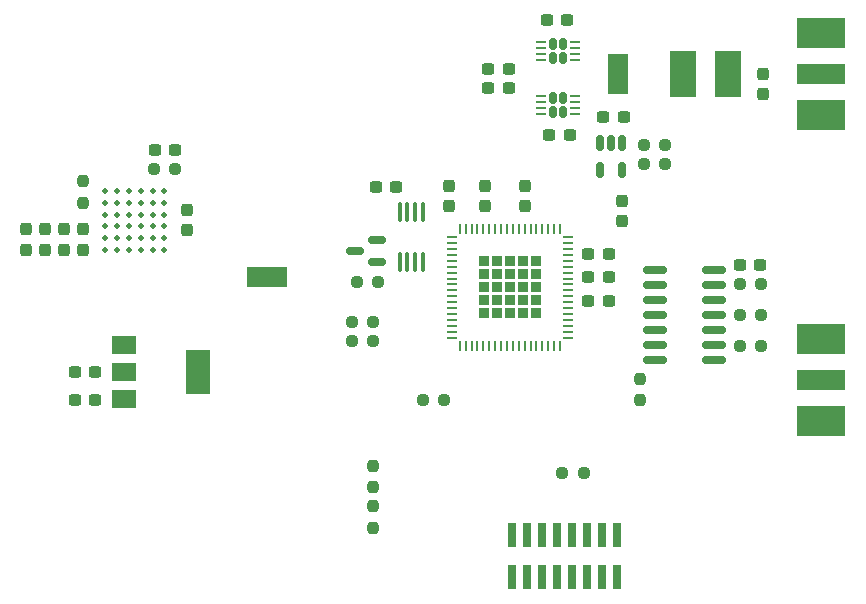
<source format=gbr>
%TF.GenerationSoftware,KiCad,Pcbnew,6.0.6-3a73a75311~116~ubuntu20.04.1*%
%TF.CreationDate,2022-09-22T10:05:31+01:00*%
%TF.ProjectId,UFOMothership,55464f4d-6f74-4686-9572-736869702e6b,rev?*%
%TF.SameCoordinates,Original*%
%TF.FileFunction,Paste,Top*%
%TF.FilePolarity,Positive*%
%FSLAX46Y46*%
G04 Gerber Fmt 4.6, Leading zero omitted, Abs format (unit mm)*
G04 Created by KiCad (PCBNEW 6.0.6-3a73a75311~116~ubuntu20.04.1) date 2022-09-22 10:05:31*
%MOMM*%
%LPD*%
G01*
G04 APERTURE LIST*
G04 Aperture macros list*
%AMRoundRect*
0 Rectangle with rounded corners*
0 $1 Rounding radius*
0 $2 $3 $4 $5 $6 $7 $8 $9 X,Y pos of 4 corners*
0 Add a 4 corners polygon primitive as box body*
4,1,4,$2,$3,$4,$5,$6,$7,$8,$9,$2,$3,0*
0 Add four circle primitives for the rounded corners*
1,1,$1+$1,$2,$3*
1,1,$1+$1,$4,$5*
1,1,$1+$1,$6,$7*
1,1,$1+$1,$8,$9*
0 Add four rect primitives between the rounded corners*
20,1,$1+$1,$2,$3,$4,$5,0*
20,1,$1+$1,$4,$5,$6,$7,0*
20,1,$1+$1,$6,$7,$8,$9,0*
20,1,$1+$1,$8,$9,$2,$3,0*%
G04 Aperture macros list end*
%ADD10RoundRect,0.237500X-0.300000X-0.237500X0.300000X-0.237500X0.300000X0.237500X-0.300000X0.237500X0*%
%ADD11RoundRect,0.237500X0.237500X-0.300000X0.237500X0.300000X-0.237500X0.300000X-0.237500X-0.300000X0*%
%ADD12RoundRect,0.237500X0.300000X0.237500X-0.300000X0.237500X-0.300000X-0.237500X0.300000X-0.237500X0*%
%ADD13RoundRect,0.237500X-0.237500X0.300000X-0.237500X-0.300000X0.237500X-0.300000X0.237500X0.300000X0*%
%ADD14R,3.400000X1.800000*%
%ADD15R,1.800000X3.400000*%
%ADD16R,0.750000X2.100000*%
%ADD17RoundRect,0.237500X-0.237500X0.250000X-0.237500X-0.250000X0.237500X-0.250000X0.237500X0.250000X0*%
%ADD18RoundRect,0.237500X-0.250000X-0.237500X0.250000X-0.237500X0.250000X0.237500X-0.250000X0.237500X0*%
%ADD19C,0.500000*%
%ADD20R,4.190000X1.780000*%
%ADD21R,4.190000X2.665000*%
%ADD22RoundRect,0.100000X0.100000X-0.712500X0.100000X0.712500X-0.100000X0.712500X-0.100000X-0.712500X0*%
%ADD23RoundRect,0.232379X0.232379X0.232379X-0.232379X0.232379X-0.232379X-0.232379X0.232379X-0.232379X0*%
%ADD24RoundRect,0.062500X0.375000X0.062500X-0.375000X0.062500X-0.375000X-0.062500X0.375000X-0.062500X0*%
%ADD25RoundRect,0.062500X0.062500X0.375000X-0.062500X0.375000X-0.062500X-0.375000X0.062500X-0.375000X0*%
%ADD26RoundRect,0.150000X0.587500X0.150000X-0.587500X0.150000X-0.587500X-0.150000X0.587500X-0.150000X0*%
%ADD27RoundRect,0.167500X0.167500X0.312500X-0.167500X0.312500X-0.167500X-0.312500X0.167500X-0.312500X0*%
%ADD28RoundRect,0.062500X0.362500X0.062500X-0.362500X0.062500X-0.362500X-0.062500X0.362500X-0.062500X0*%
%ADD29RoundRect,0.150000X-0.825000X-0.150000X0.825000X-0.150000X0.825000X0.150000X-0.825000X0.150000X0*%
%ADD30RoundRect,0.150000X-0.150000X0.512500X-0.150000X-0.512500X0.150000X-0.512500X0.150000X0.512500X0*%
%ADD31RoundRect,0.237500X0.250000X0.237500X-0.250000X0.237500X-0.250000X-0.237500X0.250000X-0.237500X0*%
%ADD32R,2.200000X3.900000*%
%ADD33R,2.000000X1.500000*%
%ADD34R,2.000000X3.800000*%
G04 APERTURE END LIST*
D10*
%TO.C,C23*%
X188000000Y-86000000D03*
X189725000Y-86000000D03*
%TD*%
D11*
%TO.C,C22*%
X182600000Y-77999999D03*
X182600000Y-76274999D03*
%TD*%
%TO.C,C21*%
X176200000Y-77999999D03*
X176200000Y-76274999D03*
%TD*%
D10*
%TO.C,C20*%
X188000000Y-84000000D03*
X189725000Y-84000000D03*
%TD*%
D11*
%TO.C,C19*%
X179200000Y-77999999D03*
X179200000Y-76274999D03*
%TD*%
D10*
%TO.C,C18*%
X188000000Y-82000000D03*
X189725000Y-82000000D03*
%TD*%
D12*
%TO.C,C17*%
X181262500Y-68000000D03*
X179537500Y-68000000D03*
%TD*%
%TO.C,C16*%
X181262500Y-66400000D03*
X179537500Y-66400000D03*
%TD*%
D10*
%TO.C,C15*%
X200800000Y-83000000D03*
X202525000Y-83000000D03*
%TD*%
D13*
%TO.C,C14*%
X190800000Y-79262500D03*
X190800000Y-77537500D03*
%TD*%
D12*
%TO.C,C13*%
X171725001Y-76400000D03*
X170000001Y-76400000D03*
%TD*%
%TO.C,C12*%
X186399999Y-72000000D03*
X184674999Y-72000000D03*
%TD*%
D10*
%TO.C,C11*%
X184475000Y-62200000D03*
X186200000Y-62200000D03*
%TD*%
D14*
%TO.C,TP2*%
X160800000Y-84000000D03*
%TD*%
D15*
%TO.C,TP1*%
X190512500Y-66800000D03*
%TD*%
D16*
%TO.C,J7*%
X181555000Y-105800000D03*
X181555000Y-109400000D03*
X182825000Y-105800000D03*
X182825000Y-109400000D03*
X184095000Y-105800000D03*
X184095000Y-109400000D03*
X185365000Y-105800000D03*
X185365000Y-109400000D03*
X186635000Y-105800000D03*
X186635000Y-109400000D03*
X187905000Y-105800000D03*
X187905000Y-109400000D03*
X189175000Y-105800000D03*
X189175000Y-109400000D03*
X190445000Y-105800000D03*
X190445000Y-109400000D03*
%TD*%
D17*
%TO.C,R7*%
X145200000Y-75887500D03*
X145200000Y-77712500D03*
%TD*%
D18*
%TO.C,R9*%
X192687500Y-74400000D03*
X194512500Y-74400000D03*
%TD*%
D19*
%TO.C,U1*%
X147100000Y-76700000D03*
X148100000Y-76700000D03*
X149100000Y-76700000D03*
X150100000Y-76700000D03*
X151100000Y-76700000D03*
X152100000Y-76700000D03*
X147100000Y-77700000D03*
X148100000Y-77700000D03*
X149100000Y-77700000D03*
X150100000Y-77700000D03*
X151100000Y-77700000D03*
X152100000Y-77700000D03*
X147100000Y-78700000D03*
X148100000Y-78700000D03*
X149100000Y-78700000D03*
X150100000Y-78700000D03*
X151100000Y-78700000D03*
X152100000Y-78700000D03*
X147100000Y-79700000D03*
X148100000Y-79700000D03*
X149100000Y-79700000D03*
X150100000Y-79700000D03*
X151100000Y-79700000D03*
X152100000Y-79700000D03*
X147100000Y-80700000D03*
X148100000Y-80700000D03*
X149100000Y-80700000D03*
X150100000Y-80700000D03*
X151100000Y-80700000D03*
X152100000Y-80700000D03*
X147100000Y-81700000D03*
X148100000Y-81700000D03*
X149100000Y-81700000D03*
X150100000Y-81700000D03*
X151100000Y-81700000D03*
X152100000Y-81700000D03*
%TD*%
D20*
%TO.C,J4*%
X207665000Y-66800000D03*
D21*
X207665000Y-70292500D03*
X207665000Y-63307500D03*
%TD*%
D22*
%TO.C,U2*%
X172025000Y-82712500D03*
X172675000Y-82712500D03*
X173325000Y-82712500D03*
X173975000Y-82712500D03*
X173975000Y-78487500D03*
X173325000Y-78487500D03*
X172675000Y-78487500D03*
X172025000Y-78487500D03*
%TD*%
D18*
%TO.C,R3*%
X167975000Y-87800000D03*
X169800000Y-87800000D03*
%TD*%
%TO.C,R8*%
X168375000Y-84387500D03*
X170200000Y-84387500D03*
%TD*%
D12*
%TO.C,C3*%
X153000000Y-73200000D03*
X151275000Y-73200000D03*
%TD*%
D17*
%TO.C,R10*%
X169800000Y-103375000D03*
X169800000Y-105200000D03*
%TD*%
D23*
%TO.C,U3*%
X181350000Y-85962500D03*
X183550000Y-85962500D03*
X181350000Y-83762500D03*
X179150000Y-85962500D03*
X183550000Y-84862500D03*
X179150000Y-84862500D03*
X182450000Y-84862500D03*
X183550000Y-83762500D03*
X179150000Y-83762500D03*
X181350000Y-87062500D03*
X180250000Y-82662500D03*
X180250000Y-87062500D03*
X180250000Y-85962500D03*
X182450000Y-87062500D03*
X181350000Y-82662500D03*
X180250000Y-84862500D03*
X179150000Y-82662500D03*
X182450000Y-83762500D03*
X181350000Y-84862500D03*
X179150000Y-87062500D03*
X183550000Y-87062500D03*
X182450000Y-82662500D03*
X182450000Y-85962500D03*
X180250000Y-83762500D03*
X183550000Y-82662500D03*
D24*
X186287500Y-89112500D03*
X186287500Y-88612500D03*
X186287500Y-88112500D03*
X186287500Y-87612500D03*
X186287500Y-87112500D03*
X186287500Y-86612500D03*
X186287500Y-86112500D03*
X186287500Y-85612500D03*
X186287500Y-85112500D03*
X186287500Y-84612500D03*
X186287500Y-84112500D03*
X186287500Y-83612500D03*
X186287500Y-83112500D03*
X186287500Y-82612500D03*
X186287500Y-82112500D03*
X186287500Y-81612500D03*
X186287500Y-81112500D03*
X186287500Y-80612500D03*
D25*
X185600000Y-79925000D03*
X185100000Y-79925000D03*
X184600000Y-79925000D03*
X184100000Y-79925000D03*
X183600000Y-79925000D03*
X183100000Y-79925000D03*
X182600000Y-79925000D03*
X182100000Y-79925000D03*
X181600000Y-79925000D03*
X181100000Y-79925000D03*
X180600000Y-79925000D03*
X180100000Y-79925000D03*
X179600000Y-79925000D03*
X179100000Y-79925000D03*
X178600000Y-79925000D03*
X178100000Y-79925000D03*
X177600000Y-79925000D03*
X177100000Y-79925000D03*
D24*
X176412500Y-80612500D03*
X176412500Y-81112500D03*
X176412500Y-81612500D03*
X176412500Y-82112500D03*
X176412500Y-82612500D03*
X176412500Y-83112500D03*
X176412500Y-83612500D03*
X176412500Y-84112500D03*
X176412500Y-84612500D03*
X176412500Y-85112500D03*
X176412500Y-85612500D03*
X176412500Y-86112500D03*
X176412500Y-86612500D03*
X176412500Y-87112500D03*
X176412500Y-87612500D03*
X176412500Y-88112500D03*
X176412500Y-88612500D03*
X176412500Y-89112500D03*
D25*
X177100000Y-89800000D03*
X177600000Y-89800000D03*
X178100000Y-89800000D03*
X178600000Y-89800000D03*
X179100000Y-89800000D03*
X179600000Y-89800000D03*
X180100000Y-89800000D03*
X180600000Y-89800000D03*
X181100000Y-89800000D03*
X181600000Y-89800000D03*
X182100000Y-89800000D03*
X182600000Y-89800000D03*
X183100000Y-89800000D03*
X183600000Y-89800000D03*
X184100000Y-89800000D03*
X184600000Y-89800000D03*
X185100000Y-89800000D03*
X185600000Y-89800000D03*
%TD*%
D18*
%TO.C,R15*%
X200800000Y-84600000D03*
X202625000Y-84600000D03*
%TD*%
D11*
%TO.C,C4*%
X142000000Y-81662500D03*
X142000000Y-79937500D03*
%TD*%
D12*
%TO.C,C5*%
X146262500Y-92000000D03*
X144537500Y-92000000D03*
%TD*%
D26*
%TO.C,U6*%
X170137500Y-82737500D03*
X170137500Y-80837500D03*
X168262500Y-81787500D03*
%TD*%
D12*
%TO.C,C2*%
X146262500Y-94400000D03*
X144537500Y-94400000D03*
%TD*%
D13*
%TO.C,C10*%
X202800000Y-66800000D03*
X202800000Y-68525000D03*
%TD*%
D18*
%TO.C,R2*%
X167975000Y-89400000D03*
X169800000Y-89400000D03*
%TD*%
D11*
%TO.C,C6*%
X140400000Y-81662500D03*
X140400000Y-79937500D03*
%TD*%
D18*
%TO.C,R14*%
X200800000Y-87200000D03*
X202625000Y-87200000D03*
%TD*%
D27*
%TO.C,U9*%
X184990000Y-68805000D03*
X185810000Y-69995000D03*
X185810000Y-68805000D03*
X184990000Y-69995000D03*
D28*
X186850000Y-70150000D03*
X186850000Y-69650000D03*
X186850000Y-69150000D03*
X186850000Y-68650000D03*
X183950000Y-68650000D03*
X183950000Y-69150000D03*
X183950000Y-69650000D03*
X183950000Y-70150000D03*
%TD*%
D29*
%TO.C,U5*%
X193675001Y-83352500D03*
X193675001Y-84622500D03*
X193675001Y-85892500D03*
X193675001Y-87162500D03*
X193675001Y-88432500D03*
X193675001Y-89702500D03*
X193675001Y-90972500D03*
X198625001Y-90972500D03*
X198625001Y-89702500D03*
X198625001Y-88432500D03*
X198625001Y-87162500D03*
X198625001Y-85892500D03*
X198625001Y-84622500D03*
X198625001Y-83352500D03*
%TD*%
D18*
%TO.C,R13*%
X200800000Y-89800000D03*
X202625000Y-89800000D03*
%TD*%
D30*
%TO.C,U7*%
X190862501Y-72662500D03*
X189912501Y-72662500D03*
X188962501Y-72662500D03*
X188962501Y-74937500D03*
X190862501Y-74937500D03*
%TD*%
D31*
%TO.C,R16*%
X194512500Y-72800000D03*
X192687500Y-72800000D03*
%TD*%
D20*
%TO.C,J3*%
X207665000Y-92707500D03*
D21*
X207665000Y-89215000D03*
X207665000Y-96200000D03*
%TD*%
D18*
%TO.C,R1*%
X173975000Y-94400000D03*
X175800000Y-94400000D03*
%TD*%
D11*
%TO.C,C7*%
X145200000Y-81662500D03*
X145200000Y-79937500D03*
%TD*%
D17*
%TO.C,R12*%
X192400000Y-92600000D03*
X192400000Y-94425000D03*
%TD*%
D10*
%TO.C,C9*%
X189250001Y-70400000D03*
X190975001Y-70400000D03*
%TD*%
D27*
%TO.C,U8*%
X185809999Y-65445001D03*
X184989999Y-65445001D03*
X184989999Y-64255001D03*
X185809999Y-64255001D03*
D28*
X186849999Y-65600001D03*
X186849999Y-65100001D03*
X186849999Y-64600001D03*
X186849999Y-64100001D03*
X183949999Y-64100001D03*
X183949999Y-64600001D03*
X183949999Y-65100001D03*
X183949999Y-65600001D03*
%TD*%
D13*
%TO.C,C1*%
X154000000Y-78274999D03*
X154000000Y-79999999D03*
%TD*%
D11*
%TO.C,C8*%
X143600000Y-81662500D03*
X143600000Y-79937500D03*
%TD*%
D17*
%TO.C,R11*%
X169800000Y-99975000D03*
X169800000Y-101800000D03*
%TD*%
D18*
%TO.C,R4*%
X185775000Y-100600000D03*
X187600000Y-100600000D03*
%TD*%
D32*
%TO.C,L1*%
X196000000Y-66800000D03*
X199800000Y-66800000D03*
%TD*%
D18*
%TO.C,R6*%
X151175000Y-74800000D03*
X153000000Y-74800000D03*
%TD*%
D33*
%TO.C,U4*%
X148650000Y-89700000D03*
X148650000Y-92000000D03*
D34*
X154950000Y-92000000D03*
D33*
X148650000Y-94300000D03*
%TD*%
M02*

</source>
